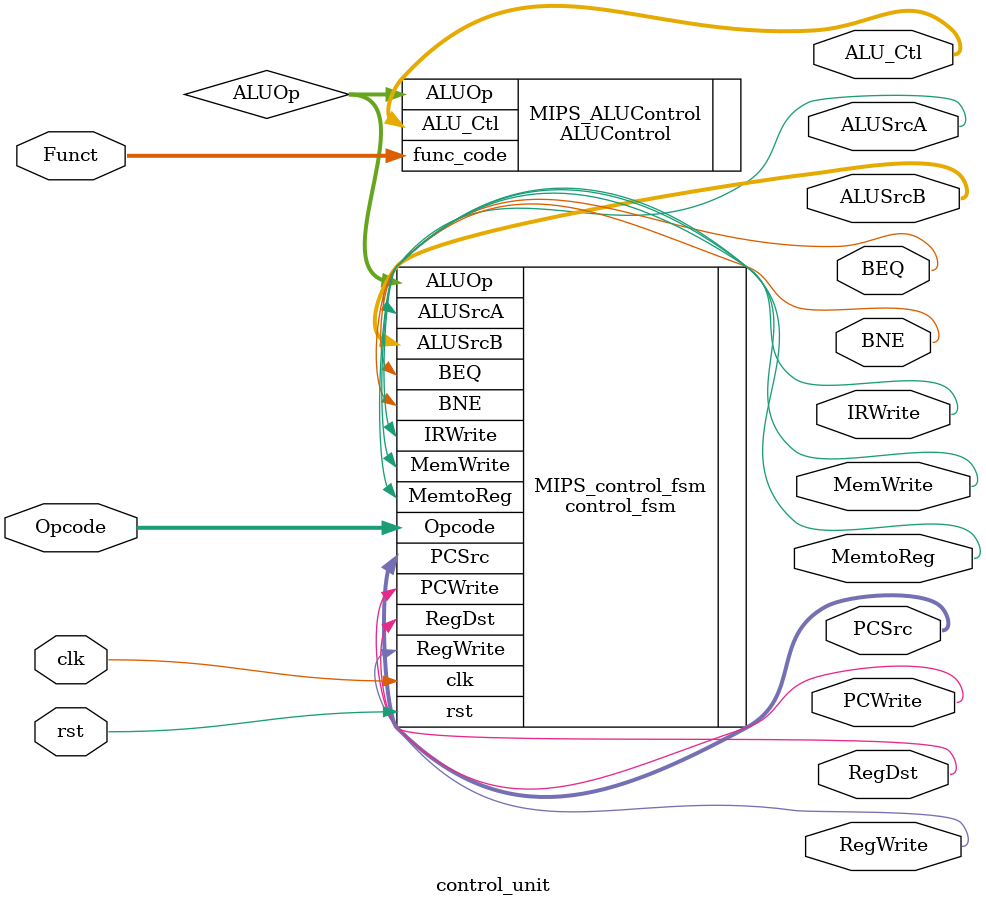
<source format=v>

module control_unit(
	input clk, rst,
    input [5:0] Opcode, Funct,
    /*----------Multiplexer Selects-----------*/
    output MemtoReg, RegDst, ALUSrcA,
    output[1:0] ALUSrcB, PCSrc,
    /*----------Register enables--------------*/
    output IRWrite, MemWrite, PCWrite, BEQ, BNE, RegWrite,
    /*----------ALU control------------------*/
    output [3:0] ALU_Ctl
);

wire [1:0] ALUOp;

/////////// CONTROL FSM ///////////
control_fsm MIPS_control_fsm (
	.clk(clk),
	.rst(rst),
	.Opcode(Opcode),
	.MemtoReg(MemtoReg),
	.RegDst(RegDst),
	.ALUSrcA(ALUSrcA),
	.ALUSrcB(ALUSrcB),
	.PCSrc(PCSrc),
	.IRWrite(IRWrite),
	.MemWrite(MemWrite),
	.PCWrite(PCWrite),
	.BEQ(BEQ),
	.BNE(BNE),
	.RegWrite(RegWrite),
	.ALUOp(ALUOp)
);

/////////// ALU DECODER ///////////
ALUControl MIPS_ALUControl (
	.ALUOp(ALUOp),
	.func_code(Funct),
	.ALU_Ctl(ALU_Ctl)
);

endmodule
</source>
